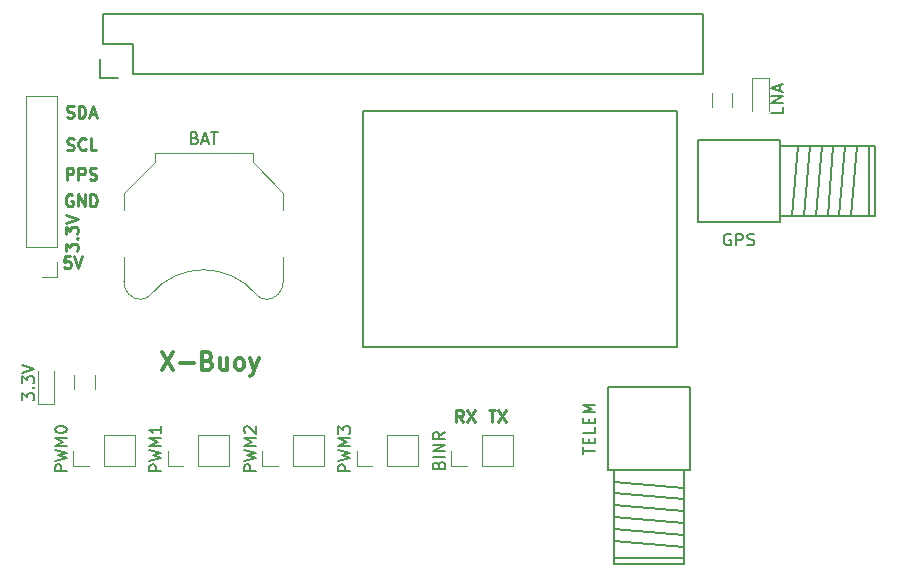
<source format=gbr>
G04 #@! TF.FileFunction,Legend,Top*
%FSLAX46Y46*%
G04 Gerber Fmt 4.6, Leading zero omitted, Abs format (unit mm)*
G04 Created by KiCad (PCBNEW 4.0.7) date 10/01/17 15:58:34*
%MOMM*%
%LPD*%
G01*
G04 APERTURE LIST*
%ADD10C,0.100000*%
%ADD11C,0.300000*%
%ADD12C,0.250000*%
%ADD13C,0.150000*%
%ADD14C,0.120000*%
G04 APERTURE END LIST*
D10*
D11*
X122042858Y-89578571D02*
X123042858Y-91078571D01*
X123042858Y-89578571D02*
X122042858Y-91078571D01*
X123614286Y-90507143D02*
X124757143Y-90507143D01*
X125971429Y-90292857D02*
X126185715Y-90364286D01*
X126257143Y-90435714D01*
X126328572Y-90578571D01*
X126328572Y-90792857D01*
X126257143Y-90935714D01*
X126185715Y-91007143D01*
X126042857Y-91078571D01*
X125471429Y-91078571D01*
X125471429Y-89578571D01*
X125971429Y-89578571D01*
X126114286Y-89650000D01*
X126185715Y-89721429D01*
X126257143Y-89864286D01*
X126257143Y-90007143D01*
X126185715Y-90150000D01*
X126114286Y-90221429D01*
X125971429Y-90292857D01*
X125471429Y-90292857D01*
X127614286Y-90078571D02*
X127614286Y-91078571D01*
X126971429Y-90078571D02*
X126971429Y-90864286D01*
X127042857Y-91007143D01*
X127185715Y-91078571D01*
X127400000Y-91078571D01*
X127542857Y-91007143D01*
X127614286Y-90935714D01*
X128542858Y-91078571D02*
X128400000Y-91007143D01*
X128328572Y-90935714D01*
X128257143Y-90792857D01*
X128257143Y-90364286D01*
X128328572Y-90221429D01*
X128400000Y-90150000D01*
X128542858Y-90078571D01*
X128757143Y-90078571D01*
X128900000Y-90150000D01*
X128971429Y-90221429D01*
X129042858Y-90364286D01*
X129042858Y-90792857D01*
X128971429Y-90935714D01*
X128900000Y-91007143D01*
X128757143Y-91078571D01*
X128542858Y-91078571D01*
X129542858Y-90078571D02*
X129900001Y-91078571D01*
X130257143Y-90078571D02*
X129900001Y-91078571D01*
X129757143Y-91435714D01*
X129685715Y-91507143D01*
X129542858Y-91578571D01*
D12*
X149738095Y-94452381D02*
X150309524Y-94452381D01*
X150023809Y-95452381D02*
X150023809Y-94452381D01*
X150547619Y-94452381D02*
X151214286Y-95452381D01*
X151214286Y-94452381D02*
X150547619Y-95452381D01*
X147583334Y-95452381D02*
X147250000Y-94976190D01*
X147011905Y-95452381D02*
X147011905Y-94452381D01*
X147392858Y-94452381D01*
X147488096Y-94500000D01*
X147535715Y-94547619D01*
X147583334Y-94642857D01*
X147583334Y-94785714D01*
X147535715Y-94880952D01*
X147488096Y-94928571D01*
X147392858Y-94976190D01*
X147011905Y-94976190D01*
X147916667Y-94452381D02*
X148583334Y-95452381D01*
X148583334Y-94452381D02*
X147916667Y-95452381D01*
X114035714Y-69654762D02*
X114178571Y-69702381D01*
X114416667Y-69702381D01*
X114511905Y-69654762D01*
X114559524Y-69607143D01*
X114607143Y-69511905D01*
X114607143Y-69416667D01*
X114559524Y-69321429D01*
X114511905Y-69273810D01*
X114416667Y-69226190D01*
X114226190Y-69178571D01*
X114130952Y-69130952D01*
X114083333Y-69083333D01*
X114035714Y-68988095D01*
X114035714Y-68892857D01*
X114083333Y-68797619D01*
X114130952Y-68750000D01*
X114226190Y-68702381D01*
X114464286Y-68702381D01*
X114607143Y-68750000D01*
X115035714Y-69702381D02*
X115035714Y-68702381D01*
X115273809Y-68702381D01*
X115416667Y-68750000D01*
X115511905Y-68845238D01*
X115559524Y-68940476D01*
X115607143Y-69130952D01*
X115607143Y-69273810D01*
X115559524Y-69464286D01*
X115511905Y-69559524D01*
X115416667Y-69654762D01*
X115273809Y-69702381D01*
X115035714Y-69702381D01*
X115988095Y-69416667D02*
X116464286Y-69416667D01*
X115892857Y-69702381D02*
X116226190Y-68702381D01*
X116559524Y-69702381D01*
X114059524Y-72404762D02*
X114202381Y-72452381D01*
X114440477Y-72452381D01*
X114535715Y-72404762D01*
X114583334Y-72357143D01*
X114630953Y-72261905D01*
X114630953Y-72166667D01*
X114583334Y-72071429D01*
X114535715Y-72023810D01*
X114440477Y-71976190D01*
X114250000Y-71928571D01*
X114154762Y-71880952D01*
X114107143Y-71833333D01*
X114059524Y-71738095D01*
X114059524Y-71642857D01*
X114107143Y-71547619D01*
X114154762Y-71500000D01*
X114250000Y-71452381D01*
X114488096Y-71452381D01*
X114630953Y-71500000D01*
X115630953Y-72357143D02*
X115583334Y-72404762D01*
X115440477Y-72452381D01*
X115345239Y-72452381D01*
X115202381Y-72404762D01*
X115107143Y-72309524D01*
X115059524Y-72214286D01*
X115011905Y-72023810D01*
X115011905Y-71880952D01*
X115059524Y-71690476D01*
X115107143Y-71595238D01*
X115202381Y-71500000D01*
X115345239Y-71452381D01*
X115440477Y-71452381D01*
X115583334Y-71500000D01*
X115630953Y-71547619D01*
X116535715Y-72452381D02*
X116059524Y-72452381D01*
X116059524Y-71452381D01*
X114011905Y-74952381D02*
X114011905Y-73952381D01*
X114392858Y-73952381D01*
X114488096Y-74000000D01*
X114535715Y-74047619D01*
X114583334Y-74142857D01*
X114583334Y-74285714D01*
X114535715Y-74380952D01*
X114488096Y-74428571D01*
X114392858Y-74476190D01*
X114011905Y-74476190D01*
X115011905Y-74952381D02*
X115011905Y-73952381D01*
X115392858Y-73952381D01*
X115488096Y-74000000D01*
X115535715Y-74047619D01*
X115583334Y-74142857D01*
X115583334Y-74285714D01*
X115535715Y-74380952D01*
X115488096Y-74428571D01*
X115392858Y-74476190D01*
X115011905Y-74476190D01*
X115964286Y-74904762D02*
X116107143Y-74952381D01*
X116345239Y-74952381D01*
X116440477Y-74904762D01*
X116488096Y-74857143D01*
X116535715Y-74761905D01*
X116535715Y-74666667D01*
X116488096Y-74571429D01*
X116440477Y-74523810D01*
X116345239Y-74476190D01*
X116154762Y-74428571D01*
X116059524Y-74380952D01*
X116011905Y-74333333D01*
X115964286Y-74238095D01*
X115964286Y-74142857D01*
X116011905Y-74047619D01*
X116059524Y-74000000D01*
X116154762Y-73952381D01*
X116392858Y-73952381D01*
X116535715Y-74000000D01*
X114488096Y-76250000D02*
X114392858Y-76202381D01*
X114250001Y-76202381D01*
X114107143Y-76250000D01*
X114011905Y-76345238D01*
X113964286Y-76440476D01*
X113916667Y-76630952D01*
X113916667Y-76773810D01*
X113964286Y-76964286D01*
X114011905Y-77059524D01*
X114107143Y-77154762D01*
X114250001Y-77202381D01*
X114345239Y-77202381D01*
X114488096Y-77154762D01*
X114535715Y-77107143D01*
X114535715Y-76773810D01*
X114345239Y-76773810D01*
X114964286Y-77202381D02*
X114964286Y-76202381D01*
X115535715Y-77202381D01*
X115535715Y-76202381D01*
X116011905Y-77202381D02*
X116011905Y-76202381D01*
X116250000Y-76202381D01*
X116392858Y-76250000D01*
X116488096Y-76345238D01*
X116535715Y-76440476D01*
X116583334Y-76630952D01*
X116583334Y-76773810D01*
X116535715Y-76964286D01*
X116488096Y-77059524D01*
X116392858Y-77154762D01*
X116250000Y-77202381D01*
X116011905Y-77202381D01*
X113952381Y-80976190D02*
X113952381Y-80357142D01*
X114333333Y-80690476D01*
X114333333Y-80547618D01*
X114380952Y-80452380D01*
X114428571Y-80404761D01*
X114523810Y-80357142D01*
X114761905Y-80357142D01*
X114857143Y-80404761D01*
X114904762Y-80452380D01*
X114952381Y-80547618D01*
X114952381Y-80833333D01*
X114904762Y-80928571D01*
X114857143Y-80976190D01*
X114857143Y-79928571D02*
X114904762Y-79880952D01*
X114952381Y-79928571D01*
X114904762Y-79976190D01*
X114857143Y-79928571D01*
X114952381Y-79928571D01*
X113952381Y-79547619D02*
X113952381Y-78928571D01*
X114333333Y-79261905D01*
X114333333Y-79119047D01*
X114380952Y-79023809D01*
X114428571Y-78976190D01*
X114523810Y-78928571D01*
X114761905Y-78928571D01*
X114857143Y-78976190D01*
X114904762Y-79023809D01*
X114952381Y-79119047D01*
X114952381Y-79404762D01*
X114904762Y-79500000D01*
X114857143Y-79547619D01*
X113952381Y-78642857D02*
X114952381Y-78309524D01*
X113952381Y-77976190D01*
X114309524Y-81452381D02*
X113833333Y-81452381D01*
X113785714Y-81928571D01*
X113833333Y-81880952D01*
X113928571Y-81833333D01*
X114166667Y-81833333D01*
X114261905Y-81880952D01*
X114309524Y-81928571D01*
X114357143Y-82023810D01*
X114357143Y-82261905D01*
X114309524Y-82357143D01*
X114261905Y-82404762D01*
X114166667Y-82452381D01*
X113928571Y-82452381D01*
X113833333Y-82404762D01*
X113785714Y-82357143D01*
X114642857Y-81452381D02*
X114976190Y-82452381D01*
X115309524Y-81452381D01*
D13*
X139096000Y-69124000D02*
X165696000Y-69124000D01*
X165696000Y-89124000D02*
X165696000Y-69124000D01*
X139096000Y-89124000D02*
X165696000Y-89124000D01*
X139096000Y-69124000D02*
X139096000Y-89124000D01*
X167920000Y-60940000D02*
X117120000Y-60940000D01*
X119660000Y-66020000D02*
X167920000Y-66020000D01*
X167920000Y-60940000D02*
X167920000Y-66020000D01*
X117120000Y-60940000D02*
X117120000Y-63480000D01*
X116840000Y-64750000D02*
X116840000Y-66300000D01*
X117120000Y-63480000D02*
X119660000Y-63480000D01*
X119660000Y-63480000D02*
X119660000Y-66020000D01*
X116840000Y-66300000D02*
X118390000Y-66300000D01*
D14*
X111550000Y-93950000D02*
X112950000Y-93950000D01*
X112950000Y-93950000D02*
X112950000Y-91150000D01*
X111550000Y-93950000D02*
X111550000Y-91150000D01*
X173450000Y-66350000D02*
X172050000Y-66350000D01*
X172050000Y-66350000D02*
X172050000Y-69150000D01*
X173450000Y-66350000D02*
X173450000Y-69150000D01*
D13*
X160318000Y-107015000D02*
X166318000Y-107015000D01*
X160318000Y-105515000D02*
X160318000Y-107015000D01*
X166318000Y-106015000D02*
X160318000Y-105515000D01*
X166318000Y-105015000D02*
X166318000Y-106015000D01*
X160318000Y-104515000D02*
X166318000Y-105015000D01*
X160318000Y-103515000D02*
X160318000Y-104515000D01*
X166318000Y-104015000D02*
X160318000Y-103515000D01*
X166318000Y-103015000D02*
X166318000Y-104015000D01*
X160318000Y-102515000D02*
X166318000Y-103015000D01*
X160318000Y-101515000D02*
X160318000Y-102515000D01*
X166318000Y-102015000D02*
X160318000Y-101515000D01*
X166318000Y-101015000D02*
X166318000Y-102015000D01*
X160318000Y-100515000D02*
X166318000Y-101015000D01*
X160318000Y-107515000D02*
X160318000Y-99515000D01*
X166318000Y-107515000D02*
X160318000Y-107515000D01*
X166318000Y-99515000D02*
X166318000Y-107515000D01*
X166818000Y-99515000D02*
X166818000Y-92515000D01*
X159818000Y-99515000D02*
X166818000Y-99515000D01*
X159818000Y-92515000D02*
X159818000Y-99515000D01*
X166818000Y-92515000D02*
X159818000Y-92515000D01*
X181938000Y-78060000D02*
X181938000Y-72060000D01*
X180438000Y-78060000D02*
X181938000Y-78060000D01*
X180938000Y-72060000D02*
X180438000Y-78060000D01*
X179938000Y-72060000D02*
X180938000Y-72060000D01*
X179438000Y-78060000D02*
X179938000Y-72060000D01*
X178438000Y-78060000D02*
X179438000Y-78060000D01*
X178938000Y-72060000D02*
X178438000Y-78060000D01*
X177938000Y-72060000D02*
X178938000Y-72060000D01*
X177438000Y-78060000D02*
X177938000Y-72060000D01*
X176438000Y-78060000D02*
X177438000Y-78060000D01*
X176938000Y-72060000D02*
X176438000Y-78060000D01*
X175938000Y-72060000D02*
X176938000Y-72060000D01*
X175438000Y-78060000D02*
X175938000Y-72060000D01*
X182438000Y-78060000D02*
X174438000Y-78060000D01*
X182438000Y-72060000D02*
X182438000Y-78060000D01*
X174438000Y-72060000D02*
X182438000Y-72060000D01*
X174438000Y-71560000D02*
X167438000Y-71560000D01*
X174438000Y-78560000D02*
X174438000Y-71560000D01*
X167438000Y-78560000D02*
X174438000Y-78560000D01*
X167438000Y-71560000D02*
X167438000Y-78560000D01*
D14*
X131014615Y-85084160D02*
G75*
G02X130100000Y-84700000I-124615J984160D01*
G01*
X120185385Y-85084160D02*
G75*
G03X121100000Y-84700000I124615J984160D01*
G01*
X130090661Y-84688671D02*
G75*
G03X121100000Y-84700000I-4490661J-3711329D01*
G01*
X132350000Y-83550000D02*
G75*
G02X130900000Y-85100000I-1500000J-50000D01*
G01*
X118850000Y-83550000D02*
G75*
G03X120300000Y-85100000I1500000J-50000D01*
G01*
X132350000Y-81500000D02*
X132350000Y-83600000D01*
X118850000Y-81500000D02*
X118850000Y-83600000D01*
X118850000Y-77500000D02*
X118850000Y-76050000D01*
X118850000Y-76050000D02*
X121450000Y-73450000D01*
X121450000Y-73450000D02*
X121450000Y-72650000D01*
X121450000Y-72650000D02*
X129750000Y-72650000D01*
X129750000Y-72650000D02*
X129750000Y-73450000D01*
X129750000Y-73450000D02*
X132350000Y-76050000D01*
X132350000Y-76050000D02*
X132350000Y-77500000D01*
X119770000Y-99230000D02*
X119770000Y-96570000D01*
X117170000Y-99230000D02*
X119770000Y-99230000D01*
X117170000Y-96570000D02*
X119770000Y-96570000D01*
X117170000Y-99230000D02*
X117170000Y-96570000D01*
X115900000Y-99230000D02*
X114570000Y-99230000D01*
X114570000Y-99230000D02*
X114570000Y-97900000D01*
X113230000Y-67870000D02*
X110570000Y-67870000D01*
X113230000Y-80630000D02*
X113230000Y-67870000D01*
X110570000Y-80630000D02*
X110570000Y-67870000D01*
X113230000Y-80630000D02*
X110570000Y-80630000D01*
X113230000Y-81900000D02*
X113230000Y-83230000D01*
X113230000Y-83230000D02*
X111900000Y-83230000D01*
X151770000Y-99230000D02*
X151770000Y-96570000D01*
X149170000Y-99230000D02*
X151770000Y-99230000D01*
X149170000Y-96570000D02*
X151770000Y-96570000D01*
X149170000Y-99230000D02*
X149170000Y-96570000D01*
X147900000Y-99230000D02*
X146570000Y-99230000D01*
X146570000Y-99230000D02*
X146570000Y-97900000D01*
X127770000Y-99230000D02*
X127770000Y-96570000D01*
X125170000Y-99230000D02*
X127770000Y-99230000D01*
X125170000Y-96570000D02*
X127770000Y-96570000D01*
X125170000Y-99230000D02*
X125170000Y-96570000D01*
X123900000Y-99230000D02*
X122570000Y-99230000D01*
X122570000Y-99230000D02*
X122570000Y-97900000D01*
X135770000Y-99230000D02*
X135770000Y-96570000D01*
X133170000Y-99230000D02*
X135770000Y-99230000D01*
X133170000Y-96570000D02*
X135770000Y-96570000D01*
X133170000Y-99230000D02*
X133170000Y-96570000D01*
X131900000Y-99230000D02*
X130570000Y-99230000D01*
X130570000Y-99230000D02*
X130570000Y-97900000D01*
X143770000Y-99230000D02*
X143770000Y-96570000D01*
X141170000Y-99230000D02*
X143770000Y-99230000D01*
X141170000Y-96570000D02*
X143770000Y-96570000D01*
X141170000Y-99230000D02*
X141170000Y-96570000D01*
X139900000Y-99230000D02*
X138570000Y-99230000D01*
X138570000Y-99230000D02*
X138570000Y-97900000D01*
X116380000Y-91450000D02*
X116380000Y-92650000D01*
X114620000Y-92650000D02*
X114620000Y-91450000D01*
X168620000Y-68800000D02*
X168620000Y-67600000D01*
X170380000Y-67600000D02*
X170380000Y-68800000D01*
D13*
X110252381Y-93626190D02*
X110252381Y-93007142D01*
X110633333Y-93340476D01*
X110633333Y-93197618D01*
X110680952Y-93102380D01*
X110728571Y-93054761D01*
X110823810Y-93007142D01*
X111061905Y-93007142D01*
X111157143Y-93054761D01*
X111204762Y-93102380D01*
X111252381Y-93197618D01*
X111252381Y-93483333D01*
X111204762Y-93578571D01*
X111157143Y-93626190D01*
X111157143Y-92578571D02*
X111204762Y-92530952D01*
X111252381Y-92578571D01*
X111204762Y-92626190D01*
X111157143Y-92578571D01*
X111252381Y-92578571D01*
X110252381Y-92197619D02*
X110252381Y-91578571D01*
X110633333Y-91911905D01*
X110633333Y-91769047D01*
X110680952Y-91673809D01*
X110728571Y-91626190D01*
X110823810Y-91578571D01*
X111061905Y-91578571D01*
X111157143Y-91626190D01*
X111204762Y-91673809D01*
X111252381Y-91769047D01*
X111252381Y-92054762D01*
X111204762Y-92150000D01*
X111157143Y-92197619D01*
X110252381Y-91292857D02*
X111252381Y-90959524D01*
X110252381Y-90626190D01*
X174652381Y-68792857D02*
X174652381Y-69269048D01*
X173652381Y-69269048D01*
X174652381Y-68459524D02*
X173652381Y-68459524D01*
X174652381Y-67888095D01*
X173652381Y-67888095D01*
X174366667Y-67459524D02*
X174366667Y-66983333D01*
X174652381Y-67554762D02*
X173652381Y-67221429D01*
X174652381Y-66888095D01*
X157770381Y-98181667D02*
X157770381Y-97610238D01*
X158770381Y-97895953D02*
X157770381Y-97895953D01*
X158246571Y-97276905D02*
X158246571Y-96943571D01*
X158770381Y-96800714D02*
X158770381Y-97276905D01*
X157770381Y-97276905D01*
X157770381Y-96800714D01*
X158770381Y-95895952D02*
X158770381Y-96372143D01*
X157770381Y-96372143D01*
X158246571Y-95562619D02*
X158246571Y-95229285D01*
X158770381Y-95086428D02*
X158770381Y-95562619D01*
X157770381Y-95562619D01*
X157770381Y-95086428D01*
X158770381Y-94657857D02*
X157770381Y-94657857D01*
X158484667Y-94324523D01*
X157770381Y-93991190D01*
X158770381Y-93991190D01*
X170223715Y-79560000D02*
X170128477Y-79512381D01*
X169985620Y-79512381D01*
X169842762Y-79560000D01*
X169747524Y-79655238D01*
X169699905Y-79750476D01*
X169652286Y-79940952D01*
X169652286Y-80083810D01*
X169699905Y-80274286D01*
X169747524Y-80369524D01*
X169842762Y-80464762D01*
X169985620Y-80512381D01*
X170080858Y-80512381D01*
X170223715Y-80464762D01*
X170271334Y-80417143D01*
X170271334Y-80083810D01*
X170080858Y-80083810D01*
X170699905Y-80512381D02*
X170699905Y-79512381D01*
X171080858Y-79512381D01*
X171176096Y-79560000D01*
X171223715Y-79607619D01*
X171271334Y-79702857D01*
X171271334Y-79845714D01*
X171223715Y-79940952D01*
X171176096Y-79988571D01*
X171080858Y-80036190D01*
X170699905Y-80036190D01*
X171652286Y-80464762D02*
X171795143Y-80512381D01*
X172033239Y-80512381D01*
X172128477Y-80464762D01*
X172176096Y-80417143D01*
X172223715Y-80321905D01*
X172223715Y-80226667D01*
X172176096Y-80131429D01*
X172128477Y-80083810D01*
X172033239Y-80036190D01*
X171842762Y-79988571D01*
X171747524Y-79940952D01*
X171699905Y-79893333D01*
X171652286Y-79798095D01*
X171652286Y-79702857D01*
X171699905Y-79607619D01*
X171747524Y-79560000D01*
X171842762Y-79512381D01*
X172080858Y-79512381D01*
X172223715Y-79560000D01*
X124861905Y-71428571D02*
X125004762Y-71476190D01*
X125052381Y-71523810D01*
X125100000Y-71619048D01*
X125100000Y-71761905D01*
X125052381Y-71857143D01*
X125004762Y-71904762D01*
X124909524Y-71952381D01*
X124528571Y-71952381D01*
X124528571Y-70952381D01*
X124861905Y-70952381D01*
X124957143Y-71000000D01*
X125004762Y-71047619D01*
X125052381Y-71142857D01*
X125052381Y-71238095D01*
X125004762Y-71333333D01*
X124957143Y-71380952D01*
X124861905Y-71428571D01*
X124528571Y-71428571D01*
X125480952Y-71666667D02*
X125957143Y-71666667D01*
X125385714Y-71952381D02*
X125719047Y-70952381D01*
X126052381Y-71952381D01*
X126242857Y-70952381D02*
X126814286Y-70952381D01*
X126528571Y-71952381D02*
X126528571Y-70952381D01*
X114022381Y-99630952D02*
X113022381Y-99630952D01*
X113022381Y-99249999D01*
X113070000Y-99154761D01*
X113117619Y-99107142D01*
X113212857Y-99059523D01*
X113355714Y-99059523D01*
X113450952Y-99107142D01*
X113498571Y-99154761D01*
X113546190Y-99249999D01*
X113546190Y-99630952D01*
X113022381Y-98726190D02*
X114022381Y-98488095D01*
X113308095Y-98297618D01*
X114022381Y-98107142D01*
X113022381Y-97869047D01*
X114022381Y-97488095D02*
X113022381Y-97488095D01*
X113736667Y-97154761D01*
X113022381Y-96821428D01*
X114022381Y-96821428D01*
X113022381Y-96154762D02*
X113022381Y-96059523D01*
X113070000Y-95964285D01*
X113117619Y-95916666D01*
X113212857Y-95869047D01*
X113403333Y-95821428D01*
X113641429Y-95821428D01*
X113831905Y-95869047D01*
X113927143Y-95916666D01*
X113974762Y-95964285D01*
X114022381Y-96059523D01*
X114022381Y-96154762D01*
X113974762Y-96250000D01*
X113927143Y-96297619D01*
X113831905Y-96345238D01*
X113641429Y-96392857D01*
X113403333Y-96392857D01*
X113212857Y-96345238D01*
X113117619Y-96297619D01*
X113070000Y-96250000D01*
X113022381Y-96154762D01*
X145498571Y-99090475D02*
X145546190Y-98947618D01*
X145593810Y-98899999D01*
X145689048Y-98852380D01*
X145831905Y-98852380D01*
X145927143Y-98899999D01*
X145974762Y-98947618D01*
X146022381Y-99042856D01*
X146022381Y-99423809D01*
X145022381Y-99423809D01*
X145022381Y-99090475D01*
X145070000Y-98995237D01*
X145117619Y-98947618D01*
X145212857Y-98899999D01*
X145308095Y-98899999D01*
X145403333Y-98947618D01*
X145450952Y-98995237D01*
X145498571Y-99090475D01*
X145498571Y-99423809D01*
X146022381Y-98423809D02*
X145022381Y-98423809D01*
X146022381Y-97947619D02*
X145022381Y-97947619D01*
X146022381Y-97376190D01*
X145022381Y-97376190D01*
X146022381Y-96328571D02*
X145546190Y-96661905D01*
X146022381Y-96900000D02*
X145022381Y-96900000D01*
X145022381Y-96519047D01*
X145070000Y-96423809D01*
X145117619Y-96376190D01*
X145212857Y-96328571D01*
X145355714Y-96328571D01*
X145450952Y-96376190D01*
X145498571Y-96423809D01*
X145546190Y-96519047D01*
X145546190Y-96900000D01*
X122022381Y-99630952D02*
X121022381Y-99630952D01*
X121022381Y-99249999D01*
X121070000Y-99154761D01*
X121117619Y-99107142D01*
X121212857Y-99059523D01*
X121355714Y-99059523D01*
X121450952Y-99107142D01*
X121498571Y-99154761D01*
X121546190Y-99249999D01*
X121546190Y-99630952D01*
X121022381Y-98726190D02*
X122022381Y-98488095D01*
X121308095Y-98297618D01*
X122022381Y-98107142D01*
X121022381Y-97869047D01*
X122022381Y-97488095D02*
X121022381Y-97488095D01*
X121736667Y-97154761D01*
X121022381Y-96821428D01*
X122022381Y-96821428D01*
X122022381Y-95821428D02*
X122022381Y-96392857D01*
X122022381Y-96107143D02*
X121022381Y-96107143D01*
X121165238Y-96202381D01*
X121260476Y-96297619D01*
X121308095Y-96392857D01*
X130022381Y-99630952D02*
X129022381Y-99630952D01*
X129022381Y-99249999D01*
X129070000Y-99154761D01*
X129117619Y-99107142D01*
X129212857Y-99059523D01*
X129355714Y-99059523D01*
X129450952Y-99107142D01*
X129498571Y-99154761D01*
X129546190Y-99249999D01*
X129546190Y-99630952D01*
X129022381Y-98726190D02*
X130022381Y-98488095D01*
X129308095Y-98297618D01*
X130022381Y-98107142D01*
X129022381Y-97869047D01*
X130022381Y-97488095D02*
X129022381Y-97488095D01*
X129736667Y-97154761D01*
X129022381Y-96821428D01*
X130022381Y-96821428D01*
X129117619Y-96392857D02*
X129070000Y-96345238D01*
X129022381Y-96250000D01*
X129022381Y-96011904D01*
X129070000Y-95916666D01*
X129117619Y-95869047D01*
X129212857Y-95821428D01*
X129308095Y-95821428D01*
X129450952Y-95869047D01*
X130022381Y-96440476D01*
X130022381Y-95821428D01*
X138022381Y-99630952D02*
X137022381Y-99630952D01*
X137022381Y-99249999D01*
X137070000Y-99154761D01*
X137117619Y-99107142D01*
X137212857Y-99059523D01*
X137355714Y-99059523D01*
X137450952Y-99107142D01*
X137498571Y-99154761D01*
X137546190Y-99249999D01*
X137546190Y-99630952D01*
X137022381Y-98726190D02*
X138022381Y-98488095D01*
X137308095Y-98297618D01*
X138022381Y-98107142D01*
X137022381Y-97869047D01*
X138022381Y-97488095D02*
X137022381Y-97488095D01*
X137736667Y-97154761D01*
X137022381Y-96821428D01*
X138022381Y-96821428D01*
X137022381Y-96440476D02*
X137022381Y-95821428D01*
X137403333Y-96154762D01*
X137403333Y-96011904D01*
X137450952Y-95916666D01*
X137498571Y-95869047D01*
X137593810Y-95821428D01*
X137831905Y-95821428D01*
X137927143Y-95869047D01*
X137974762Y-95916666D01*
X138022381Y-96011904D01*
X138022381Y-96297619D01*
X137974762Y-96392857D01*
X137927143Y-96440476D01*
M02*

</source>
